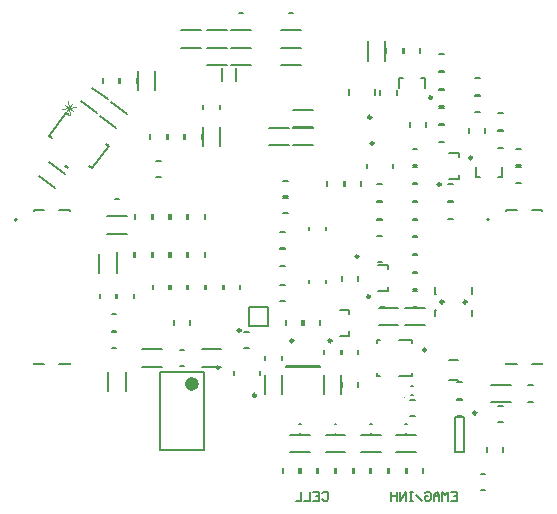
<source format=gbo>
G04*
G04 #@! TF.GenerationSoftware,Altium Limited,Altium Designer,24.4.1 (13)*
G04*
G04 Layer_Color=32896*
%FSLAX44Y44*%
%MOMM*%
G71*
G04*
G04 #@! TF.SameCoordinates,740DF4E5-9B0E-41A3-91D6-8293D7FF8DF9*
G04*
G04*
G04 #@! TF.FilePolarity,Positive*
G04*
G01*
G75*
%ADD10C,0.2000*%
%ADD11C,0.2500*%
%ADD12C,0.1524*%
%ADD13C,0.1500*%
%ADD15C,0.1000*%
%ADD124C,0.6000*%
%ADD125C,0.0762*%
G36*
X-188264Y103907D02*
X-189793Y101878D01*
X-186750Y99586D01*
X-185221Y101614D01*
X-188264Y103907D01*
D02*
G37*
D10*
X170250Y57150D02*
G03*
X170250Y57150I-1000J0D01*
G01*
X-229750D02*
G03*
X-229750Y57150I-1000J0D01*
G01*
X500Y218000D02*
X4500D01*
X500Y232000D02*
X4500D01*
X-42000Y218000D02*
X-38000D01*
X-42000Y232000D02*
X-38000D01*
X9260Y-116000D02*
X10740D01*
X9260Y-123998D02*
X10740D01*
X39260Y-116000D02*
X40740D01*
X39260Y-123998D02*
X40740D01*
X69260Y-116000D02*
X70740D01*
X69260Y-123998D02*
X70740D01*
X99260Y-116000D02*
X100740D01*
X99260Y-123998D02*
X100740D01*
X104260Y-83500D02*
X105740D01*
X104260Y-91498D02*
X105740D01*
X-4500Y77000D02*
X-500D01*
X-4500Y63000D02*
X-500D01*
X-4444Y75719D02*
X-444D01*
X-4444Y89719D02*
X-444D01*
X-7000Y33000D02*
X-3000D01*
X-7000Y47000D02*
X-3000D01*
X171638Y-97362D02*
X188362D01*
X171638Y-82638D02*
X188362D01*
X178000Y-100500D02*
X182000D01*
X178000Y-114500D02*
X182000D01*
X-4500Y-157000D02*
Y-153000D01*
X9500Y-157000D02*
Y-153000D01*
X25500Y-157000D02*
Y-153000D01*
X39500Y-157000D02*
Y-153000D01*
X91638Y-139862D02*
X108362D01*
X91638Y-125138D02*
X108362D01*
X61638Y-139862D02*
X78362D01*
X61638Y-125138D02*
X78362D01*
X31638Y-139862D02*
X48362D01*
X31638Y-125138D02*
X48362D01*
X1638Y-139862D02*
X18362D01*
X1638Y-125138D02*
X18362D01*
X100500Y-157000D02*
Y-153000D01*
X114500Y-157000D02*
Y-153000D01*
X69500Y-157000D02*
Y-153000D01*
X55500Y-157000D02*
Y-153000D01*
X70500Y-157000D02*
Y-153000D01*
X84500Y-157000D02*
Y-153000D01*
X-108500Y-138000D02*
X-71500D01*
X-108500Y-72000D02*
X-71500D01*
X-108500Y-138000D02*
Y-72000D01*
X-71500Y-138000D02*
Y-72000D01*
X54500Y-157000D02*
Y-153000D01*
X40500Y-157000D02*
Y-153000D01*
X51750Y162250D02*
Y167750D01*
X73250Y162250D02*
Y167750D01*
X99138Y-17638D02*
X115862D01*
X99138Y-32362D02*
X115862D01*
X103000Y-109500D02*
X107000D01*
X103000Y-95500D02*
X107000D01*
X-100500Y58000D02*
Y62000D01*
X-114500Y58000D02*
Y62000D01*
X153000Y130500D02*
Y134500D01*
X167000Y130500D02*
Y134500D01*
X128000Y138000D02*
X132000D01*
X128000Y152000D02*
X132000D01*
X159000Y93250D02*
Y101250D01*
Y93250D02*
X162500D01*
X181000D02*
Y101250D01*
X177500Y93250D02*
X181000D01*
X178000Y132000D02*
X182000D01*
X178000Y118000D02*
X182000D01*
X178000Y147000D02*
X182000D01*
X178000Y133000D02*
X182000D01*
X193000Y102000D02*
X197000D01*
X193000Y88000D02*
X197000D01*
X193000Y117000D02*
X197000D01*
X193000Y103000D02*
X197000D01*
X-211109Y94153D02*
X-197752Y84087D01*
X-202248Y105912D02*
X-188891Y95847D01*
X59500Y-57000D02*
Y-53000D01*
X45500Y-57000D02*
Y-53000D01*
X-73362Y-67362D02*
X-56638D01*
X-73362Y-52638D02*
X-56638D01*
X-152362Y-88362D02*
Y-71638D01*
X-137638Y-88362D02*
Y-71638D01*
X-123362Y-52638D02*
X-106638D01*
X-123362Y-67362D02*
X-106638D01*
X10500Y-157000D02*
Y-153000D01*
X24500Y-157000D02*
Y-153000D01*
X85500Y-157000D02*
Y-153000D01*
X99500Y-157000D02*
Y-153000D01*
X-92000Y-67000D02*
X-88000D01*
X-92000Y-53000D02*
X-88000D01*
X-5862Y202638D02*
X10862D01*
X-5862Y217362D02*
X10862D01*
X-48362Y202638D02*
X-31638D01*
X-48362Y217362D02*
X-31638D01*
X-112000Y107000D02*
X-108000D01*
X-112000Y93000D02*
X-108000D01*
X-99500Y-2000D02*
Y2000D01*
X-85500Y-2000D02*
Y2000D01*
X-147000Y60500D02*
X-143000D01*
X-147000Y74500D02*
X-143000D01*
X-159500Y-9500D02*
Y-5500D01*
X-145500Y-9500D02*
Y-5500D01*
X-153362Y45138D02*
X-136638D01*
X-153362Y59862D02*
X-136638D01*
X-129500Y58000D02*
Y62000D01*
X-115500Y58000D02*
Y62000D01*
X-114500Y25500D02*
Y29500D01*
X-100500Y25500D02*
Y29500D01*
X141000Y-140000D02*
Y-110000D01*
X149000Y-140000D02*
Y-110000D01*
X141000Y-140000D02*
X149000D01*
X141000Y-110000D02*
X149000D01*
X203000Y-97000D02*
X207000D01*
X203000Y-83000D02*
X207000D01*
X163000Y-158000D02*
X167000D01*
X163000Y-172000D02*
X167000D01*
X32250Y3750D02*
Y6250D01*
X17750Y3750D02*
Y6250D01*
X-159862Y11638D02*
Y28362D01*
X-145138Y11638D02*
Y28362D01*
X-115500Y25500D02*
Y29500D01*
X-129500Y25500D02*
Y29500D01*
X-149500Y-52000D02*
X-145500D01*
X-149500Y-38000D02*
X-145500D01*
X-100500Y-2000D02*
Y2000D01*
X-114500Y-2000D02*
Y2000D01*
X-149500Y-37000D02*
X-145500D01*
X-149500Y-23000D02*
X-145500D01*
X-99500Y25500D02*
Y29500D01*
X-85500Y25500D02*
Y29500D01*
X-130500Y-9500D02*
Y-5500D01*
X-144500Y-9500D02*
Y-5500D01*
X-130500Y25500D02*
Y29500D01*
X-144500Y25500D02*
Y29500D01*
X-87000Y125500D02*
Y129500D01*
X-73000Y125500D02*
Y129500D01*
X-99500Y58000D02*
Y62000D01*
X-85500Y58000D02*
Y62000D01*
X32250Y48750D02*
Y51250D01*
X17750Y48750D02*
Y51250D01*
X182000Y-139500D02*
Y-135500D01*
X168000Y-139500D02*
Y-135500D01*
X-70500Y-2000D02*
Y2000D01*
X-84500Y-2000D02*
Y2000D01*
X-70500Y25500D02*
Y29500D01*
X-84500Y25500D02*
Y29500D01*
X-69500Y-2000D02*
Y2000D01*
X-55500Y-2000D02*
Y2000D01*
X-40500Y-2000D02*
Y2000D01*
X-54500Y-2000D02*
Y2000D01*
X84250Y15000D02*
Y18500D01*
X76250D02*
X84250D01*
Y-3500D02*
Y0D01*
X76250Y-3500D02*
X84250D01*
X105500Y73000D02*
X109500D01*
X105500Y87000D02*
X109500D01*
X105500Y13000D02*
X109500D01*
X105500Y27000D02*
X109500D01*
X135500Y72000D02*
X139500D01*
X135500Y58000D02*
X139500D01*
X135500Y87000D02*
X139500D01*
X135500Y73000D02*
X139500D01*
X155500Y-5600D02*
Y-150D01*
X124500Y-5600D02*
X124750D01*
X155250D02*
X155500D01*
X124500D02*
Y-150D01*
Y-24850D02*
Y-19400D01*
X155250D02*
X155500D01*
X124500D02*
X124750D01*
X155500Y-24850D02*
Y-19400D01*
X136250Y-61350D02*
X143750D01*
X136250Y-78650D02*
X143750D01*
X-117000Y125500D02*
Y129500D01*
X-103000Y125500D02*
Y129500D01*
X-58000Y150500D02*
Y154500D01*
X-72000Y150500D02*
Y154500D01*
X-7000Y18000D02*
X-3000D01*
X-7000Y32000D02*
X-3000D01*
X128000Y153000D02*
X132000D01*
X128000Y167000D02*
X132000D01*
X78000Y163000D02*
Y167000D01*
X92000Y163000D02*
Y167000D01*
X94000Y176750D02*
X97500D01*
X94000Y168750D02*
Y176750D01*
X112500D02*
X116000D01*
Y168750D02*
Y176750D01*
X128000Y182000D02*
X132000D01*
X128000Y168000D02*
X132000D01*
X128000Y197000D02*
X132000D01*
X128000Y183000D02*
X132000D01*
X158000Y163000D02*
X162000D01*
X158000Y177000D02*
X162000D01*
X158000Y148000D02*
X162000D01*
X158000Y162000D02*
X162000D01*
X-112638Y166638D02*
Y183362D01*
X-127362Y166638D02*
Y183362D01*
X-157000Y173000D02*
Y177000D01*
X-143000Y173000D02*
Y177000D01*
X-128000Y173000D02*
Y177000D01*
X-142000Y173000D02*
Y177000D01*
X-150177Y156874D02*
X-136820Y146809D01*
X-159039Y145114D02*
X-145682Y135049D01*
X-175012Y157150D02*
X-161655Y147085D01*
X-166150Y168910D02*
X-152793Y158845D01*
X97000Y198000D02*
Y202000D01*
X83000Y198000D02*
Y202000D01*
X112000Y198000D02*
Y202000D01*
X98000Y198000D02*
Y202000D01*
X82362Y191638D02*
Y208362D01*
X67638Y191638D02*
Y208362D01*
X-84500Y58000D02*
Y62000D01*
X-70500Y58000D02*
Y62000D01*
X-43750Y174750D02*
Y185250D01*
X-56250Y174750D02*
Y185250D01*
X4138Y149862D02*
X20862D01*
X4138Y135138D02*
X20862D01*
X4138Y134862D02*
X20862D01*
X4138Y120138D02*
X20862D01*
X-15862D02*
X862D01*
X-15862Y134862D02*
X862D01*
X-72362Y119138D02*
Y135862D01*
X-57638Y119138D02*
Y135862D01*
X-68362Y187638D02*
X-51638D01*
X-68362Y202362D02*
X-51638D01*
X-68362Y202638D02*
X-51638D01*
X-68362Y217362D02*
X-51638D01*
X-90862Y202638D02*
X-74138D01*
X-90862Y217362D02*
X-74138D01*
X-5862Y187638D02*
X10862D01*
X-5862Y202362D02*
X10862D01*
X-48362D02*
X-31638D01*
X-48362Y187638D02*
X-31638D01*
X-88000Y125500D02*
Y129500D01*
X-102000Y125500D02*
Y129500D01*
X117000Y135500D02*
Y139500D01*
X103000Y135500D02*
Y139500D01*
X33000Y85500D02*
Y89500D01*
X47000Y85500D02*
Y89500D01*
X66500Y100750D02*
Y104250D01*
X88500Y100750D02*
Y104250D01*
X48000Y85500D02*
Y89500D01*
X62000Y85500D02*
Y89500D01*
X128000Y123000D02*
X132000D01*
X128000Y137000D02*
X132000D01*
X105500Y-2000D02*
X109500D01*
X105500Y12000D02*
X109500D01*
X78000Y-3000D02*
X82000D01*
X78000Y-17000D02*
X82000D01*
X45500Y5500D02*
Y9500D01*
X59500Y5500D02*
Y9500D01*
X105500Y88000D02*
X109500D01*
X105500Y102000D02*
X109500D01*
X105500Y103000D02*
X109500D01*
X105500Y117000D02*
X109500D01*
X136250Y91500D02*
X144250D01*
Y95000D01*
X136250Y113500D02*
X144250D01*
Y110000D02*
Y113500D01*
X105500Y28000D02*
X109500D01*
X105500Y42000D02*
X109500D01*
X75750Y21500D02*
X79250D01*
X75750Y43500D02*
X79250D01*
X75500Y43000D02*
X79500D01*
X75500Y57000D02*
X79500D01*
X75500Y87000D02*
X79500D01*
X75500Y73000D02*
X79500D01*
X105500Y57000D02*
X109500D01*
X105500Y43000D02*
X109500D01*
X105500Y58000D02*
X109500D01*
X105500Y72000D02*
X109500D01*
X75500Y58000D02*
X79500D01*
X75500Y72000D02*
X79500D01*
X105500Y-3000D02*
X109500D01*
X105500Y-17000D02*
X109500D01*
X76638Y-17638D02*
X93362D01*
X76638Y-32362D02*
X93362D01*
X75000Y-47000D02*
Y-45000D01*
X78020D01*
X75000Y-75000D02*
X78020D01*
X75000D02*
Y-73000D01*
X105000Y-75000D02*
Y-73000D01*
X94020Y-75000D02*
X105000D01*
X94020Y-45000D02*
X105000D01*
Y-47000D02*
Y-45000D01*
X-2000Y-32000D02*
Y-28000D01*
X12000Y-32000D02*
Y-28000D01*
X43750Y-41000D02*
X51750D01*
Y-37500D01*
X43750Y-19000D02*
X51750D01*
Y-22500D02*
Y-19000D01*
X27000Y-32000D02*
Y-28000D01*
X13000Y-32000D02*
Y-28000D01*
X44862Y-90862D02*
Y-74138D01*
X30138Y-90862D02*
Y-74138D01*
X44500Y-57000D02*
Y-53000D01*
X30500Y-57000D02*
Y-53000D01*
X45500Y-84500D02*
Y-80500D01*
X59500Y-84500D02*
Y-80500D01*
X-5138Y-90862D02*
Y-74138D01*
X-19862Y-90862D02*
Y-74138D01*
X-2000Y-68021D02*
Y-66979D01*
X27000D01*
Y-68021D02*
Y-66979D01*
X-2000Y-68021D02*
X27000D01*
X143000Y-80500D02*
X147000D01*
X143000Y-94500D02*
X147000D01*
X-37000Y-52000D02*
X-33000D01*
X-37000Y-38000D02*
X-33000D01*
X-46000Y-74250D02*
Y-70750D01*
X-24000Y-74250D02*
Y-70750D01*
X143000Y-109500D02*
X147000D01*
X143000Y-95500D02*
X147000D01*
X-19500Y-62000D02*
Y-58000D01*
X-5500Y-62000D02*
Y-58000D01*
X-83000Y-32000D02*
Y-28000D01*
X-97000Y-32000D02*
Y-28000D01*
X-7000Y2000D02*
X-3000D01*
X-7000Y-12000D02*
X-3000D01*
X-17200Y-33000D02*
Y-17000D01*
X-32800D02*
X-17200D01*
X-32800Y-33000D02*
X-17200D01*
X-32800D02*
Y-17000D01*
X215250Y-65400D02*
Y-64350D01*
Y64350D02*
Y65400D01*
X184750Y-65400D02*
Y-64350D01*
Y64350D02*
Y65400D01*
X193650D01*
X184750Y-65400D02*
X193650D01*
X206350Y65400D02*
X215250D01*
X206350Y-65400D02*
X215250D01*
X-184750D02*
Y-64350D01*
Y64350D02*
Y65400D01*
X-215250Y-65400D02*
Y-64350D01*
Y64350D02*
Y65400D01*
X-206350D01*
X-215250Y-65400D02*
X-206350D01*
X-193650Y65400D02*
X-184750D01*
X-193650Y-65400D02*
X-184750D01*
D11*
X-58250Y-68000D02*
G03*
X-58250Y-68000I-1250J0D01*
G01*
X70250Y143750D02*
G03*
X70250Y143750I-1250J0D01*
G01*
X155750Y109500D02*
G03*
X155750Y109500I-1250J0D01*
G01*
X159250Y-106500D02*
G03*
X159250Y-106500I-1250J0D01*
G01*
X69250Y-8000D02*
G03*
X69250Y-8000I-1250J0D01*
G01*
X151000Y-12600D02*
G03*
X151000Y-12600I-1250J0D01*
G01*
X131500Y-12400D02*
G03*
X131500Y-12400I-1250J0D01*
G01*
X121750Y160500D02*
G03*
X121750Y160500I-1250J0D01*
G01*
X72250Y121750D02*
G03*
X72250Y121750I-1250J0D01*
G01*
X129250Y87000D02*
G03*
X129250Y87000I-1250J0D01*
G01*
X59500Y26000D02*
G03*
X59500Y26000I-1250J0D01*
G01*
X116770Y-53180D02*
G03*
X116770Y-53180I-1250J0D01*
G01*
X36750Y-45500D02*
G03*
X36750Y-45500I-1250J0D01*
G01*
X4250Y-45469D02*
G03*
X4250Y-45469I-1250J0D01*
G01*
X-27250Y-91750D02*
G03*
X-27250Y-91750I-1250J0D01*
G01*
X-40100Y-36600D02*
G03*
X-40100Y-36600I-1250J0D01*
G01*
D12*
X-202243Y128276D02*
X-199945Y126544D01*
X-165932Y100913D02*
X-151716Y119779D01*
X-168230Y102645D02*
X-165932Y100913D01*
X-202243Y128276D02*
X-188027Y147141D01*
X-185729Y145409D01*
X-154014Y121511D02*
X-151716Y119779D01*
D13*
X28747Y-174752D02*
X29997Y-173502D01*
X32496D01*
X33746Y-174752D01*
Y-179750D01*
X32496Y-181000D01*
X29997D01*
X28747Y-179750D01*
X21250Y-173502D02*
X26248D01*
Y-181000D01*
X21250D01*
X26248Y-177251D02*
X23749D01*
X18750Y-173502D02*
Y-181000D01*
X13752D01*
X11253Y-173502D02*
Y-181000D01*
X6254D01*
X138118Y-173502D02*
X143116D01*
Y-181000D01*
X138118D01*
X143116Y-177251D02*
X140617D01*
X135618Y-181000D02*
Y-173502D01*
X133119Y-176002D01*
X130620Y-173502D01*
Y-181000D01*
X128121D02*
Y-176002D01*
X125622Y-173502D01*
X123122Y-176002D01*
Y-181000D01*
Y-177251D01*
X128121D01*
X115625Y-174752D02*
X116874Y-173502D01*
X119374D01*
X120623Y-174752D01*
Y-179750D01*
X119374Y-181000D01*
X116874D01*
X115625Y-179750D01*
Y-177251D01*
X118124D01*
X113126Y-181000D02*
X108127Y-176002D01*
X105628Y-173502D02*
X103129D01*
X104378D01*
Y-181000D01*
X105628D01*
X103129D01*
X99380D02*
Y-173502D01*
X94382Y-181000D01*
Y-173502D01*
X91882D02*
Y-181000D01*
Y-177251D01*
X86884D01*
Y-173502D01*
Y-181000D01*
D15*
X3500Y-126000D02*
G03*
X3500Y-126000I-500J0D01*
G01*
X33500D02*
G03*
X33500Y-126000I-500J0D01*
G01*
X63500D02*
G03*
X63500Y-126000I-500J0D01*
G01*
X93500D02*
G03*
X93500Y-126000I-500J0D01*
G01*
X98500Y-93500D02*
G03*
X98500Y-93500I-500J0D01*
G01*
D124*
X-78500Y-82000D02*
G03*
X-78500Y-82000I-3000J0D01*
G01*
D125*
X-186106Y157381D02*
X-184440Y145528D01*
X-179346Y152288D02*
X-191200Y150622D01*
X-182726Y154835D02*
X-187820Y148075D01*
X-181893Y148908D02*
X-188653Y154002D01*
M02*

</source>
